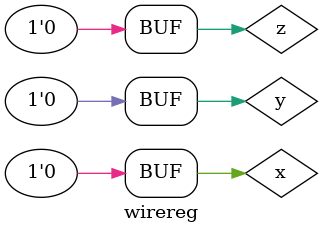
<source format=v>
module wirereg();

wire x;
reg z;

reg y;

assign x = z;
assign x = y;

initial begin
    z = 1;
    #10;
    z = 2;
    #10;
    y = 1;
end


initial begin
    $dumpfile("garbage.vcd");
    $dumpvars(0, wirereg);
end
endmodule
</source>
